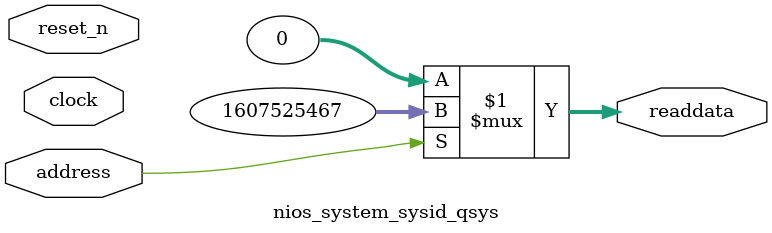
<source format=v>



// synthesis translate_off
`timescale 1ns / 1ps
// synthesis translate_on

// turn off superfluous verilog processor warnings 
// altera message_level Level1 
// altera message_off 10034 10035 10036 10037 10230 10240 10030 

module nios_system_sysid_qsys (
               // inputs:
                address,
                clock,
                reset_n,

               // outputs:
                readdata
             )
;

  output  [ 31: 0] readdata;
  input            address;
  input            clock;
  input            reset_n;

  wire    [ 31: 0] readdata;
  //control_slave, which is an e_avalon_slave
  assign readdata = address ? 1607525467 : 0;

endmodule



</source>
